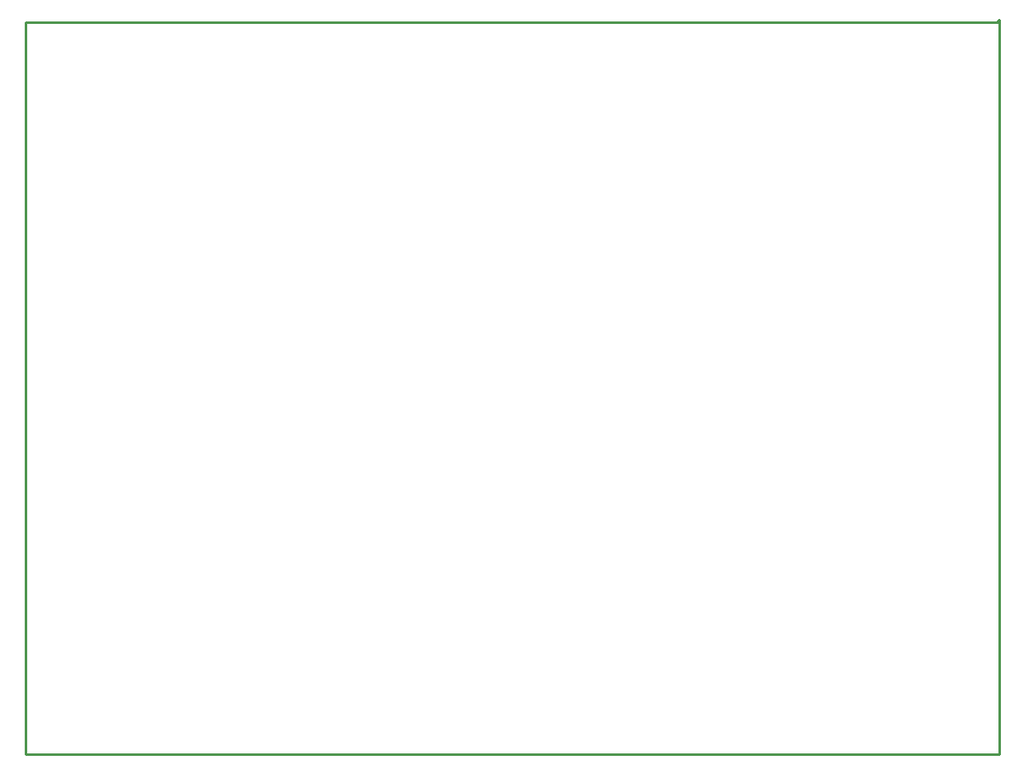
<source format=gko>
G04 Layer_Color=16711935*
%FSLAX44Y44*%
%MOMM*%
G71*
G01*
G75*
%ADD10C,0.2540*%
D10*
X259080Y996950D02*
X1256030D01*
X1258570Y999490D01*
Y245110D02*
Y999490D01*
X259080Y245110D02*
X1258570D01*
X259080D02*
Y817880D01*
Y996950D01*
M02*

</source>
